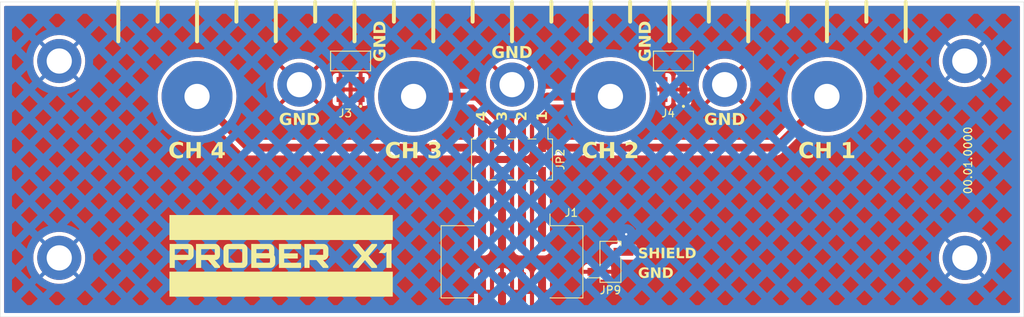
<source format=kicad_pcb>
(kicad_pcb (version 20240108) (generator "pcbnew") (generator_version "8.0")
  (title_block (title "Encirle") (date "2024-12-18") (rev "1") (company "Bitcrush Testing"))
  (layers (0 "F.Cu" signal) (31 "B.Cu" signal) (34 "B.Paste" user) (35 "F.Paste" user) (36 "B.SilkS" user "B.Silkscreen") (37 "F.SilkS" user "F.Silkscreen") (38 "B.Mask" user) (39 "F.Mask" user) (44 "Edge.Cuts" user))
  (net 0 "")
  (net 1 "Net-(J1-Pin_1)")
  (net 2 "Net-(J1-Pin_3)")
  (net 3 "GNDPWR")
  (net 4 "GND")
  (net 5 "Net-(J1-Pin_5)")
  (net 6 "Net-(J1-Pin_7)")
  (net 7 "/CH1")
  (net 8 "/CH2")
  (net 9 "/CH3")
  (net 10 "/CH4")
  (footprint "MountingHole:MountingHole_3.2mm_M3_DIN965_Pad" (layer "F.Cu") (at 97.5 92.5 180)
    (property "Reference" "H5" (hide yes))
    (property "Value" "MountingHole_Pad" (hide yes))
    (pad "1" thru_hole circle (at 0 0 180) (size 5.6 5.6) (drill 3.2) (layers "*.Cu" "*.Mask") (net 3 "GNDPWR"))
  )
  (footprint "Connector_PinHeader_2.54mm:PinHeader_1x02_P2.54mm_Vertical_SMD_Pin1Right" (layer "F.Cu") (at 167.5 93 180)
    (property "Reference" "JP9" (at 0 -3.6 180) (layer "F.SilkS"))
    (property "Value" "Jumper_2_Bridged" (hide yes))
    (fp_line (start 1.33 -0.51) (end 1.33 2.6) (stroke (width 0.12)) (layer "F.SilkS"))
    (fp_line (start 1.33 -2.03) (end 2.85 -2.03) (stroke (width 0.12)) (layer "F.SilkS"))
    (fp_line (start 1.33 -2.6) (end 1.33 -2.03) (stroke (width 0.12)) (layer "F.SilkS"))
    (fp_line (start -1.33 2.6) (end 1.33 2.6) (stroke (width 0.12)) (layer "F.SilkS"))
    (fp_line (start -1.33 2.03) (end -1.33 2.6) (stroke (width 0.12)) (layer "F.SilkS"))
    (fp_line (start -1.33 -2.6) (end 1.33 -2.6) (stroke (width 0.12)) (layer "F.SilkS"))
    (fp_line (start -1.33 -2.6) (end -1.33 0.51) (stroke (width 0.12)) (layer "F.SilkS"))
    (pad "1" smd rect (at 1.655 -1.27 180) (size 2.51 1) (layers "F.Cu" "F.Paste" "F.Mask") (net 4 "GND"))
    (pad "2" smd rect (at -1.655 1.27 180) (size 2.51 1) (layers "F.Cu" "F.Paste" "F.Mask") (net 3 "GNDPWR"))
  )
  (footprint "encircle:HARWIN_M20-8890245R" (layer "F.Cu") (at 175.5 67.5 180)
    (property "Reference" "J4" (at 0.675 -6.635 180) (layer "F.SilkS"))
    (property "Value" "Conn_01x02_Pin" (hide yes))
    (fp_line (start 2.54 1.25) (end -2.54 1.25) (stroke (width 0.127)) (layer "F.SilkS"))
    (fp_line (start 2.54 -1.25) (end 2.54 1.25) (stroke (width 0.127)) (layer "F.SilkS"))
    (fp_line (start -2.54 1.25) (end -2.54 -1.25) (stroke (width 0.127)) (layer "F.SilkS"))
    (fp_line (start -2.54 -1.25) (end 2.54 -1.25) (stroke (width 0.127)) (layer "F.SilkS"))
    (fp_circle (center -1.27 -5.75) (end -1.17 -5.75) (stroke (width 0.2)) (fill none) (layer "F.SilkS"))
    (pad "1" smd rect (at -1.27 -3.615 180) (size 1.02 3.17) (layers "F.Cu" "F.Paste" "F.Mask") (net 4 "GND"))
    (pad "2" smd rect (at 1.27 -3.615 180) (size 1.02 3.17) (layers "F.Cu" "F.Paste" "F.Mask") (net 4 "GND"))
  )
  (footprint "MountingHole:MountingHole_3.2mm_M3_DIN965_Pad" (layer "F.Cu") (at 212.5 92.5 180)
    (property "Reference" "H7" (hide yes))
    (property "Value" "MountingHole_Pad" (hide yes))
    (pad "1" thru_hole circle (at 0 0 180) (size 5.6 5.6) (drill 3.2) (layers "*.Cu" "*.Mask") (net 3 "GNDPWR"))
  )
  (footprint "encircle:MountingHole_3.2mm_M3_9mm_Pad" (layer "F.Cu") (at 115 72 -90)
    (property "Reference" "CH4" (hide yes))
    (property "Value" "MountingHole_Pad" (hide yes))
    (pad "1" thru_hole circle (at 0 0 270) (size 9 9) (drill 3.2) (layers "*.Cu" "*.Mask") (net 10 "/CH4"))
  )
  (footprint "MountingHole:MountingHole_3.2mm_M3_DIN965_Pad" (layer "F.Cu") (at 97.5 67.5 180)
    (property "Reference" "H6" (hide yes))
    (property "Value" "MountingHole_Pad" (hide yes))
    (pad "1" thru_hole circle (at 0 0 180) (size 5.6 5.6) (drill 3.2) (layers "*.Cu" "*.Mask") (net 3 "GNDPWR"))
  )
  (footprint "MountingHole:MountingHole_3.2mm_M3_DIN965_Pad" (layer "F.Cu") (at 182 70.5 180)
    (property "Reference" "H9" (hide yes))
    (property "Value" "MountingHole_Pad" (hide yes))
    (pad "1" thru_hole circle (at 0 0 180) (size 5.6 5.6) (drill 3.2) (layers "*.Cu" "*.Mask") (net 4 "GND"))
  )
  (footprint "encircle:MountingHole_3.2mm_M3_9mm_Pad" (layer "F.Cu") (at 167.5 72 -90)
    (property "Reference" "CH2" (hide yes))
    (property "Value" "MountingHole_Pad" (hide yes))
    (pad "1" thru_hole circle (at 0 0 270) (size 9 9) (drill 3.2) (layers "*.Cu" "*.Mask") (net 8 "/CH2"))
  )
  (footprint "MountingHole:MountingHole_3.2mm_M3_DIN965_Pad" (layer "F.Cu") (at 212.5 67.5 180)
    (property "Reference" "H8" (hide yes))
    (property "Value" "MountingHole_Pad" (hide yes))
    (pad "1" thru_hole circle (at 0 0 180) (size 5.6 5.6) (drill 3.2) (layers "*.Cu" "*.Mask") (net 3 "GNDPWR"))
  )
  (footprint "encircle:MountingHole_3.2mm_M3_9mm_Pad" (layer "F.Cu") (at 195 72 180)
    (property "Reference" "CH1" (hide yes))
    (property "Value" "MountingHole_Pad" (hide yes))
    (pad "1" thru_hole circle (at 0 0 180) (size 9 9) (drill 3.2) (layers "*.Cu" "*.Mask") (net 7 "/CH1"))
  )
  (footprint "encircle:MountingHole_3.2mm_M3_9mm_Pad" (layer "F.Cu") (at 142.5 72 -90)
    (property "Reference" "CH3" (hide yes))
    (property "Value" "MountingHole_Pad" (hide yes))
    (pad "1" thru_hole circle (at 0 0 270) (size 9 9) (drill 3.2) (layers "*.Cu" "*.Mask") (net 9 "/CH3"))
  )
  (footprint "MountingHole:MountingHole_3.2mm_M3_DIN965_Pad" (layer "F.Cu") (at 155 70.5)
    (property "Reference" "H11" (hide yes))
    (property "Value" "MountingHole_Pad" (hide yes))
    (pad "1" thru_hole circle (at 0 0) (size 5.6 5.6) (drill 3.2) (layers "*.Cu" "*.Mask") (net 4 "GND"))
  )
  (footprint "MountingHole:MountingHole_3.2mm_M3_DIN965_Pad" (layer "F.Cu") (at 128 70.5 180)
    (property "Reference" "H10" (hide yes))
    (property "Value" "MountingHole_Pad" (hide yes))
    (pad "1" thru_hole circle (at 0 0 180) (size 5.6 5.6) (drill 3.2) (layers "*.Cu" "*.Mask") (net 4 "GND"))
  )
  (footprint "Connector_PinHeader_2.54mm:PinHeader_2x04_P2.54mm_Vertical_SMD" (layer "F.Cu") (at 155 80 -90)
    (property "Reference" "JP2" (at 0 -6.14 90) (layer "F.SilkS"))
    (property "Value" "Conn_02x04_Odd_Even" (hide yes))
    (fp_line (start -2.6 5.14) (end 2.6 5.14) (stroke (width 0.12)) (layer "F.SilkS"))
    (fp_line (start -2.6 4.57) (end -2.6 5.14) (stroke (width 0.12)) (layer "F.SilkS"))
    (fp_line (start 2.6 4.57) (end 2.6 5.14) (stroke (width 0.12)) (layer "F.SilkS"))
    (fp_line (start -2.6 2.03) (end -2.6 3.05) (stroke (width 0.12)) (layer "F.SilkS"))
    (fp_line (start 2.6 2.03) (end 2.6 3.05) (stroke (width 0.12)) (layer "F.SilkS"))
    (fp_line (start -2.6 -0.51) (end -2.6 0.51) (stroke (width 0.12)) (layer "F.SilkS"))
    (fp_line (start 2.6 -0.51) (end 2.6 0.51) (stroke (width 0.12)) (layer "F.SilkS"))
    (fp_line (start -2.6 -3.05) (end -2.6 -2.03) (stroke (width 0.12)) (layer "F.SilkS"))
    (fp_line (start 2.6 -3.05) (end 2.6 -2.03) (stroke (width 0.12)) (layer "F.SilkS"))
    (fp_line (start -4.04 -4.57) (end -2.6 -4.57) (stroke (width 0.12)) (layer "F.SilkS"))
    (fp_line (start -2.6 -5.14) (end -2.6 -4.57) (stroke (width 0.12)) (layer "F.SilkS"))
    (fp_line (start -2.6 -5.14) (end 2.6 -5.14) (stroke (width 0.12)) (layer "F.SilkS"))
    (fp_line (start 2.6 -5.14) (end 2.6 -4.57) (stroke (width 0.12)) (layer "F.SilkS"))
    (pad "1" smd rect (at -2.525 -3.81 270) (size 3.15 1) (layers "F.Cu" "F.Paste" "F.Mask") (net 7 "/CH1"))
    (pad "2" smd rect (at 2.525 -3.81 270) (size 3.15 1) (layers "F.Cu" "F.Paste" "F.Mask") (net 1 "Net-(J1-Pin_1)"))
    (pad "3" smd rect (at -2.525 -1.27 270) (size 3.15 1) (layers "F.Cu" "F.Paste" "F.Mask") (net 8 "/CH2"))
    (pad "4" smd rect (at 2.525 -1.27 270) (size 3.15 1) (layers "F.Cu" "F.Paste" "F.Mask") (net 2 "Net-(J1-Pin_3)"))
    (pad "5" smd rect (at -2.525 1.27 270) (size 3.15 1) (layers "F.Cu" "F.Paste" "F.Mask") (net 9 "/CH3"))
    (pad "6" smd rect (at 2.525 1.27 270) (size 3.15 1) (layers "F.Cu" "F.Paste" "F.Mask") (net 5 "Net-(J1-Pin_5)"))
    (pad "7" smd rect (at -2.525 3.81 270) (size 3.15 1) (layers "F.Cu" "F.Paste" "F.Mask") (net 10 "/CH4"))
    (pad "8" smd rect (at 2.525 3.81 270) (size 3.15 1) (layers "F.Cu" "F.Paste" "F.Mask") (net 6 "Net-(J1-Pin_7)"))
  )
  (footprint "encircle:HARWIN_M20-8890245R" (layer "F.Cu") (at 134.5 67.5 180)
    (property "Reference" "J3" (at 0.675 -6.635 180) (layer "F.SilkS"))
    (property "Value" "Conn_01x02_Pin" (hide yes))
    (fp_line (start 2.54 1.25) (end -2.54 1.25) (stroke (width 0.127)) (layer "F.SilkS"))
    (fp_line (start 2.54 -1.25) (end 2.54 1.25) (stroke (width 0.127)) (layer "F.SilkS"))
    (fp_line (start -2.54 1.25) (end -2.54 -1.25) (stroke (width 0.127)) (layer "F.SilkS"))
    (fp_line (start -2.54 -1.25) (end 2.54 -1.25) (stroke (width 0.127)) (layer "F.SilkS"))
    (fp_circle (center -1.27 -5.75) (end -1.17 -5.75) (stroke (width 0.2)) (fill none) (layer "F.SilkS"))
    (pad "1" smd rect (at -1.27 -3.615 180) (size 1.02 3.17) (layers "F.Cu" "F.Paste" "F.Mask") (net 4 "GND"))
    (pad "2" smd rect (at 1.27 -3.615 180) (size 1.02 3.17) (layers "F.Cu" "F.Paste" "F.Mask") (net 4 "GND"))
  )
  (footprint "Connector_IDC:IDC-Header_2x04_P2.54mm_Vertical_SMD" (layer "F.Cu") (at 155 93 -90)
    (property "Reference" "J1" (at -6.227948 -7.533959 180) (layer "F.SilkS"))
    (property "Value" "Conn_02x04_Odd_Even" (hide yes))
    (fp_line (start -4.585 9) (end 4.585 9) (stroke (width 0.12)) (layer "F.SilkS"))
    (fp_line (start 4.585 9) (end 4.585 4.82) (stroke (width 0.12)) (layer "F.SilkS"))
    (fp_line (start -4.585 4.82) (end -4.585 9) (stroke (width 0.12)) (layer "F.SilkS"))
    (fp_line (start -4.585 -4.82) (end -6.085 -4.82) (stroke (width 0.12)) (layer "F.SilkS"))
    (fp_line (start -4.585 -4.82) (end -4.585 -9) (stroke (width 0.12)) (layer "F.SilkS"))
    (fp_line (start -4.585 -9) (end 4.585 -9) (stroke (width 0.12)) (layer "F.SilkS"))
    (fp_line (start 4.585 -9) (end 4.585 -4.82) (stroke (width 0.12)) (layer "F.SilkS"))
    (pad "1" smd roundrect (at -3.8 -3.81 270) (size 5 1.02) (layers "F.Cu" "F.Paste" "F.Mask") (net 1 "Net-(J1-Pin_1)"))
    (pad "2" smd roundrect (at 3.8 -3.81 270) (size 5 1.02) (layers "F.Cu" "F.Paste" "F.Mask") (net 4 "GND"))
    (pad "3" smd roundrect (at -3.8 -1.27 270) (size 5 1.02) (layers "F.Cu" "F.Paste" "F.Mask") (net 2 "Net-(J1-Pin_3)"))
    (pad "4" smd roundrect (at 3.8 -1.27 270) (size 5 1.02) (layers "F.Cu" "F.Paste" "F.Mask") (net 4 "GND"))
    (pad "5" smd roundrect (at -3.8 1.27 270) (size 5 1.02) (layers "F.Cu" "F.Paste" "F.Mask") (net 5 "Net-(J1-Pin_5)"))
    (pad "6" smd roundrect (at 3.8 1.27 270) (size 5 1.02) (layers "F.Cu" "F.Paste" "F.Mask") (net 4 "GND"))
    (pad "7" smd roundrect (at -3.8 3.81 270) (size 5 1.02) (layers "F.Cu" "F.Paste" "F.Mask") (net 6 "Net-(J1-Pin_7)"))
    (pad "8" smd roundrect (at 3.8 3.81 270) (size 5 1.02) (layers "F.Cu" "F.Paste" "F.Mask") (net 4 "GND"))
  )
  (gr_line (start 150.000041 62.5) (end 150.000041 60) (stroke (width 0.5)) (layer "F.SilkS"))
  (gr_poly (pts (xy 113.958651 90.73419) (xy 113.97995 90.735182) (xy 114.000985 90.736837) (xy 114.021756 90.739153) (xy 114.042261 90.74213) (xy 114.062502 90.745769) (xy 114.082477 90.750069) (xy 114.102189 90.755031) (xy 114.121635 90.760654) (xy 114.140817 90.766938) (xy 114.159734 90.773884) (xy 114.178387 90.78149) (xy 114.196775 90.789758) (xy 114.214899 90.798686) (xy 114.232758 90.808276) (xy 114.250353 90.818526) (xy 114.268112 90.829342) (xy 114.285408 90.840621) (xy 114.302241 90.852363) (xy 114.318611 90.864567) (xy 114.334519 90.877235) (xy 114.349963 90.890365) (xy 114.364945 90.903958) (xy 114.379464 90.918014) (xy 114.39352 90.932533) (xy 114.407113 90.947515) (xy 114.420244 90.96296) (xy 114.432911 90.978867) (xy 114.445116 90.995238) (xy 114.456858 91.012071) (xy 114.468137 91.029367) (xy 114.478953 91.047126) (xy 114.489718 91.065219) (xy 114.499789 91.08351) (xy 114.509165 91.102) (xy 114.517846 91.120687) (xy 114.525833 91.139572) (xy 114.533126 91.158656) (xy 114.539724 91.177937) (xy 114.545628 91.197417) (xy 114.550837 91.217095) (xy 114.555351 91.236971) (xy 114.559171 91.257045) (xy 114.562296 91.277318) (xy 114.564727 91.297789) (xy 114.566464 91.318458) (xy 114.567505 91.339326) (xy 114.567853 91.360392) (xy 114.567853 92.147792) (xy 114.567505 92.168862) (xy 114.566464 92.189733) (xy 114.564727 92.210405) (xy 114.562296 92.230878) (xy 114.559171 92.251153) (xy 114.555351 92.271229) (xy 114.550837 92.291105) (xy 114.545628 92.310784) (xy 114.539724 92.330263) (xy 114.533126 92.349544) (xy 114.525833 92.368626) (xy 114.517846 92.38751) (xy 114.509165 92.406195) (xy 114.499789 92.424682) (xy 114.489718 92.44297) (xy 114.478953 92.461059) (xy 114.468137 92.478822) (xy 114.456858 92.496121) (xy 114.445116 92.512957) (xy 114.432911 92.52933) (xy 114.420244 92.545239) (xy 114.407113 92.560685) (xy 114.39352 92.575667) (xy 114.379464 92.590186) (xy 114.364945 92.604242) (xy 114.349963 92.617835) (xy 114.334519 92.630964) (xy 114.318611 92.64363) (xy 114.302241 92.655832) (xy 114.285408 92.667571) (xy 114.268112 92.678847) (xy 114.250353 92.689659) (xy 114.232758 92.699913) (xy 114.214899 92.709505) (xy 114.196775 92.718435) (xy 114.178387 92.726704) (xy 114.159734 92.734311) (xy 114.140817 92.741256) (xy 114.121635 92.74754) (xy 114.102189 92.753162) (xy 114.082477 92.758122) (xy 114.062502 92.762421) (xy 114.042261 92.766059) (xy 114.021756 92.769035) (xy 114.000985 92.77135) (xy 113.97995 92.773003) (xy 113.958651 92.773995) (xy 113.937086 92.774326) (xy 112.176019 92.778559) (xy 112.176019 93.777626) (xy 111.519853 93.777626) (xy 111.519853 91.390026) (xy 112.176019 91.390026) (xy 112.176019 92.113926) (xy 113.903219 92.113926) (xy 113.903219 91.390026) (xy 112.176019 91.390026) (xy 111.519853 91.390026) (xy 111.519853 90.733859) (xy 113.937086 90.733859)) (stroke (width -0.000001)) (fill solid) (layer "F.SilkS"))
  (gr_line (start 180.000041 62.5) (end 180.000041 60) (stroke (width 0.5)) (layer "F.SilkS"))
  (gr_line (start 205.000041 65) (end 205.000041 60) (stroke (width 0.5)) (layer "F.SilkS"))
  (gr_line (start 130.000041 62.5) (end 130.000041 60) (stroke (width 0.5)) (layer "F.SilkS"))
  (gr_poly (pts (xy 136.338615 91.732926) (xy 137.176814 90.729626) (xy 137.858381 90.729626) (xy 137.858381 90.953992) (xy 136.766181 92.253625) (xy 137.858381 93.549026) (xy 137.858381 93.777626) (xy 137.176814 93.777626) (xy 136.330148 92.778559) (xy 135.491949 93.777626) (xy 134.810382 93.777626) (xy 134.810382 93.553259) (xy 135.898348 92.253625) (xy 134.810382 90.953992) (xy 134.810382 90.729626) (xy 135.491949 90.729626)) (stroke (width -0.000001)) (fill solid) (layer "F.SilkS"))
  (gr_line (start 190.000041 62.5) (end 190.000041 60) (stroke (width 0.5)) (layer "F.SilkS"))
  (gr_poly (pts (xy 139.70221 93.777626) (xy 139.054508 93.777626) (xy 139.054508 91.715992) (xy 138.914808 91.889559) (xy 138.055442 91.889559) (xy 139.029112 90.729626) (xy 139.70221 90.729626)) (stroke (width -0.000001)) (fill solid) (layer "F.SilkS"))
  (gr_line (start 125.000041 65) (end 125.000041 60) (stroke (width 0.5)) (layer "F.SilkS"))
  (gr_poly (pts (xy 124.204224 90.729957) (xy 124.225045 90.73095) (xy 124.245634 90.732604) (xy 124.265991 90.73492) (xy 124.286116 90.737897) (xy 124.306009 90.741536) (xy 124.325671 90.745836) (xy 124.345101 90.750798) (xy 124.364299 90.756421) (xy 124.383265 90.762705) (xy 124.402 90.769651) (xy 124.420504 90.777257) (xy 124.438776 90.785524) (xy 124.456816 90.794453) (xy 124.474626 90.804042) (xy 124.492204 90.814293) (xy 124.509966 90.825109) (xy 124.527265 90.836388) (xy 124.544101 90.848129) (xy 124.560474 90.860334) (xy 124.576383 90.873001) (xy 124.591829 90.886132) (xy 124.606811 90.899725) (xy 124.62133 90.913781) (xy 124.635386 90.9283) (xy 124.648979 90.943282) (xy 124.662108 90.958726) (xy 124.674774 90.974634) (xy 124.686976 90.991004) (xy 124.698715 91.007837) (xy 124.709991 91.025134) (xy 124.720803 91.042892) (xy 124.731569 91.060487) (xy 124.741639 91.078347) (xy 124.751015 91.096472) (xy 124.759697 91.114861) (xy 124.767684 91.133515) (xy 124.774977 91.152434) (xy 124.781575 91.171617) (xy 124.787479 91.191064) (xy 124.792688 91.210776) (xy 124.797202 91.230753) (xy 124.801022 91.250994) (xy 124.804148 91.271498) (xy 124.806579 91.292268) (xy 124.808315 91.313301) (xy 124.809357 91.334598) (xy 124.809704 91.356159) (xy 124.809704 91.927659) (xy 124.809572 91.941355) (xy 124.809176 91.954917) (xy 124.808515 91.968345) (xy 124.807589 91.981639) (xy 124.806399 91.994801) (xy 124.804944 92.00783) (xy 124.803223 92.020727) (xy 124.801237 92.033493) (xy 124.799983 92.04507) (xy 124.798331 92.056515) (xy 124.796283 92.067827) (xy 124.793837 92.079006) (xy 124.790992 92.090052) (xy 124.78775 92.100965) (xy 124.784109 92.111745) (xy 124.78007 92.122393) (xy 124.787925 92.132548) (xy 124.795615 92.142902) (xy 124.803139 92.153454) (xy 124.810498 92.164204) (xy 124.817692 92.175151) (xy 124.824721 92.186297) (xy 124.831584 92.197642) (xy 124.838281 92.209184) (xy 124.844813 92.220924) (xy 124.85118 92.232863) (xy 124.857381 92.245) (xy 124.863417 92.257335) (xy 124.869287 92.269868) (xy 124.874991 92.2826) (xy 124.885903 92.308659) (xy 124.891032 92.321891) (xy 124.895829 92.335122) (xy 124.900295 92.348352) (xy 124.90443 92.361583) (xy 124.908234 92.374813) (xy 124.911706 92.388042) (xy 124.914848 92.401271) (xy 124.917658 92.4145) (xy 124.920138 92.427729) (xy 124.922287 92.440958) (xy 124.924105 92.454186) (xy 124.925592 92.467414) (xy 124.926749 92.480642) (xy 124.927575 92.49387) (xy 124.928071 92.507098) (xy 124.928236 92.520326) (xy 124.928236 93.151092) (xy 124.927889 93.172162) (xy 124.926847 93.193033) (xy 124.925111 93.213705) (xy 124.92268 93.234178) (xy 124.919554 93.254453) (xy 124.915735 93.274528) (xy 124.91122 93.294405) (xy 124.906011 93.314084) (xy 124.900108 93.333563) (xy 124.89351 93.352844) (xy 124.886217 93.371926) (xy 124.87823 93.39081) (xy 124.869549 93.409495) (xy 124.860173 93.427981) (xy 124.850102 93.446269) (xy 124.839337 93.464359) (xy 124.828524 93.482122) (xy 124.817249 93.499421) (xy 124.80551 93.516257) (xy 124.793307 93.53263) (xy 124.780642 93.548539) (xy 124.767513 93.563985) (xy 124.75392 93.578967) (xy 124.739864 93.593486) (xy 124.725345 93.607542) (xy 124.710363 93.621135) (xy 124.694917 93.634264) (xy 124.679008 93.646929) (xy 124.662635 93.659132) (xy 124.645799 93.670871) (xy 124.6285 93.682147) (xy 124.610737 93.692959) (xy 124.593142 93.703213) (xy 124.575283 93.712805) (xy 124.557159 93.721735) (xy 124.538771 93.730004) (xy 124.520119 93.737611) (xy 124.501201 93.744556) (xy 124.48202 93.75084) (xy 124.462573 93.756462) (xy 124.442862 93.761422) (xy 124.422886 93.765721) (xy 124.402645 93.769359) (xy 124.38214 93.772335) (xy 124.36137 93.77465) (xy 124.340334 93.776303) (xy 124.319034 93.777295) (xy 124.29747 93.777626) (xy 121.880237 93.777626) (xy 121.880237 92.558426) (xy 122.536403 92.558426) (xy 122.536403 93.117226) (xy 124.263603 93.117226) (xy 124.263603 92.558426) (xy 122.536403 92.558426) (xy 121.880237 92.558426) (xy 121.880237 91.390026) (xy 122.536403 91.390026) (xy 122.536403 91.898025) (xy 124.145071 91.898025) (xy 124.145071 91.390026) (xy 122.536403 91.390026) (xy 121.880237 91.390026) (xy 121.880237 90.729626) (xy 124.183171 90.729626)) (stroke (width -0.000001)) (fill solid) (layer "F.SilkS"))
  (gr_poly (pts (xy 139.857786 97.427055) (xy 111.494453 97.427055) (xy 111.494453 94.252055) (xy 139.857786 94.252055)) (stroke (width -0.000001)) (fill solid) (layer "F.SilkS"))
  (gr_line (start 175 65) (end 175 60) (stroke (width 0.5)) (layer "F.SilkS"))
  (gr_poly (pts (xy 117.30728 90.73419) (xy 117.32858 90.735182) (xy 117.349615 90.736837) (xy 117.370385 90.739153) (xy 117.390891 90.74213) (xy 117.411131 90.745769) (xy 117.431107 90.750069) (xy 117.450818 90.755031) (xy 117.470265 90.760654) (xy 117.489447 90.766938) (xy 117.508364 90.773884) (xy 117.527017 90.78149) (xy 117.545405 90.789758) (xy 117.563529 90.798686) (xy 117.581388 90.808276) (xy 117.598982 90.818526) (xy 117.616741 90.829342) (xy 117.634038 90.840621) (xy 117.650871 90.852363) (xy 117.667241 90.864567) (xy 117.683149 90.877235) (xy 117.698593 90.890365) (xy 117.713575 90.903958) (xy 117.728094 90.918014) (xy 117.74215 90.932533) (xy 117.755743 90.947515) (xy 117.768874 90.96296) (xy 117.781541 90.978867) (xy 117.793746 90.995238) (xy 117.805488 91.012071) (xy 117.816767 91.029367) (xy 117.827583 91.047126) (xy 117.838348 91.065219) (xy 117.848419 91.08351) (xy 117.857795 91.102) (xy 117.866477 91.120687) (xy 117.874464 91.139572) (xy 117.881756 91.158656) (xy 117.888354 91.177937) (xy 117.894258 91.197417) (xy 117.899467 91.217095) (xy 117.903981 91.236971) (xy 117.907801 91.257045) (xy 117.910927 91.277318) (xy 117.913357 91.297789) (xy 117.915094 91.318458) (xy 117.916135 91.339326) (xy 117.916483 91.360392) (xy 117.916483 92.147792) (xy 117.916135 92.168862) (xy 117.915094 92.189733) (xy 117.913357 92.210405) (xy 117.910927 92.230878) (xy 117.907801 92.251153) (xy 117.903981 92.271229) (xy 117.899467 92.291105) (xy 117.894258 92.310784) (xy 117.888354 92.330263) (xy 117.881756 92.349544) (xy 117.874464 92.368626) (xy 117.866477 92.38751) (xy 117.857795 92.406195) (xy 117.848419 92.424682) (xy 117.838348 92.44297) (xy 117.827583 92.461059) (xy 117.816767 92.478822) (xy 117.805488 92.496121) (xy 117.793746 92.512957) (xy 117.781541 92.52933) (xy 117.768874 92.545239) (xy 117.755743 92.560685) (xy 117.74215 92.575667) (xy 117.728094 92.590186) (xy 117.713575 92.604242) (xy 117.698593 92.617835) (xy 117.683149 92.630964) (xy 117.667241 92.64363) (xy 117.650871 92.655832) (xy 117.634038 92.667571) (xy 117.616741 92.678847) (xy 117.598982 92.689659) (xy 117.581388 92.699913) (xy 117.563529 92.709505) (xy 117.545405 92.718435) (xy 117.527017 92.726704) (xy 117.508364 92.734311) (xy 117.489447 92.741256) (xy 117.470265 92.74754) (xy 117.450818 92.753162) (xy 117.431107 92.758122) (xy 117.411131 92.762421) (xy 117.390891 92.766059) (xy 117.370385 92.769035) (xy 117.349615 92.77135) (xy 117.32858 92.773003) (xy 117.30728 92.773995) (xy 117.285716 92.774326) (xy 117.252607 92.774406) (xy 117.912249 93.553259) (xy 117.912249 93.777626) (xy 117.234916 93.777626) (xy 116.394587 92.776468) (xy 115.524649 92.778559) (xy 115.524649 93.777626) (xy 114.868483 93.777626) (xy 114.868483 91.390026) (xy 115.524649 91.390026) (xy 115.524649 92.113926) (xy 117.251849 92.113926) (xy 117.251849 91.390026) (xy 115.524649 91.390026) (xy 114.868483 91.390026) (xy 114.868483 90.733859) (xy 117.285716 90.733859)) (stroke (width -0.000001)) (fill solid) (layer "F.SilkS"))
  (gr_poly (pts (xy 120.795861 90.729957) (xy 120.816682 90.73095) (xy 120.837272 90.732604) (xy 120.857629 90.73492) (xy 120.877754 90.737897) (xy 120.897647 90.741536) (xy 120.917309 90.745836) (xy 120.936738 90.750798) (xy 120.955936 90.756421) (xy 120.974903 90.762705) (xy 120.993638 90.769651) (xy 121.012141 90.777257) (xy 121.030413 90.785524) (xy 121.048454 90.794453) (xy 121.066263 90.804042) (xy 121.083841 90.814293) (xy 121.101604 90.825109) (xy 121.118903 90.836388) (xy 121.135739 90.848129) (xy 121.152111 90.860334) (xy 121.168021 90.873001) (xy 121.183467 90.886132) (xy 121.198449 90.899725) (xy 121.212968 90.913781) (xy 121.227024 90.9283) (xy 121.240617 90.943282) (xy 121.253746 90.958726) (xy 121.266412 90.974634) (xy 121.278614 90.991004) (xy 121.290353 91.007837) (xy 121.301629 91.025134) (xy 121.312441 91.042892) (xy 121.323207 91.060487) (xy 121.333277 91.078347) (xy 121.342653 91.096472) (xy 121.351335 91.114861) (xy 121.359322 91.133515) (xy 121.366615 91.152434) (xy 121.373213 91.171617) (xy 121.379116 91.191064) (xy 121.384325 91.210776) (xy 121.388839 91.230753) (xy 121.392659 91.250994) (xy 121.395785 91.271498) (xy 121.398215 91.292268) (xy 121.399952 91.313301) (xy 121.400993 91.334598) (xy 121.401341 91.356159) (xy 121.401341 93.151092) (xy 121.400993 93.172162) (xy 121.399952 93.193033) (xy 121.398215 93.213705) (xy 121.395785 93.234178) (xy 121.392659 93.254453) (xy 121.388839 93.274528) (xy 121.384325 93.294405) (xy 121.379116 93.314084) (xy 121.373213 93.333563) (xy 121.366615 93.352844) (xy 121.359322 93.371926) (xy 121.351335 93.39081) (xy 121.342653 93.409495) (xy 121.333277 93.427981) (xy 121.323207 93.446269) (xy 121.312441 93.464359) (xy 121.301629 93.482122) (xy 121.290353 93.499421) (xy 121.278614 93.516257) (xy 121.266412 93.53263) (xy 121.253746 93.548539) (xy 121.240617 93.563985) (xy 121.227024 93.578967) (xy 121.212968 93.593486) (xy 121.198449 93.607542) (xy 121.183467 93.621135) (xy 121.168021 93.634264) (xy 121.152111 93.646929) (xy 121.135739 93.659132) (xy 121.118903 93.670871) (xy 121.101604 93.682147) (xy 121.083841 93.692959) (xy 121.066263 93.703213) (xy 121.048454 93.712805) (xy 121.030413 93.721735) (xy 121.012141 93.730004) (xy 120.993638 93.737611) (xy 120.974903 93.744556) (xy 120.955936 93.75084) (xy 120.936738 93.756462) (xy 120.917309 93.761422) (xy 120.897647 93.765721) (xy 120.877754 93.769359) (xy 120.857629 93.772335) (xy 120.837272 93.77465) (xy 120.816682 93.776303) (xy 120.795861 93.777295) (xy 120.774808 93.777626) (xy 118.979875 93.777626) (xy 118.958808 93.777295) (xy 118.937941 93.776303) (xy 118.917271 93.77465) (xy 118.8968 93.772335) (xy 118.876528 93.769359) (xy 118.856453 93.765721) (xy 118.836577 93.761422) (xy 118.816899 93.756462) (xy 118.79742 93.75084) (xy 118.778138 93.744556) (xy 118.759055 93.737611) (xy 118.740169 93.730004) (xy 118.721482 93.721735) (xy 118.702993 93.712805) (xy 118.684701 93.703213) (xy 118.666608 93.692959) (xy 118.648849 93.682147) (xy 118.631553 93.670871) (xy 118.61472 93.659132) (xy 118.59835 93.646929) (xy 118.582442 93.634264) (xy 118.566997 93.621135) (xy 118.552016 93.607542) (xy 118.537497 93.593486) (xy 118.523441 93.578967) (xy 118.509847 93.563985) (xy 118.496717 93.548539) (xy 118.484049 93.53263) (xy 118.471845 93.516257) (xy 118.460103 93.499421) (xy 118.448824 93.482122) (xy 118.438008 93.464359) (xy 118.427757 93.446269) (xy 118.418168 93.427981) (xy 118.40924 93.409495) (xy 118.400972 93.39081) (xy 118.393366 93.371926) (xy 118.386421 93.352844) (xy 118.380137 93.333563) (xy 118.374514 93.314084) (xy 118.369552 93.294405) (xy 118.365252 93.274528) (xy 118.361613 93.254453) (xy 118.358636 93.234178) (xy 118.35632 93.213705) (xy 118.354665 93.193033) (xy 118.353673 93.172162) (xy 118.353342 93.151092) (xy 118.353342 91.390026) (xy 119.009508 91.390026) (xy 119.009508 93.117226) (xy 120.736708 93.117226) (xy 120.736708 91.390026) (xy 119.009508 91.390026) (xy 118.353342 91.390026) (xy 118.353342 91.356159) (xy 118.353673 91.334598) (xy 118.354665 91.313301) (xy 118.35632 91.292268) (xy 118.358636 91.271498) (xy 118.361613 91.250994) (xy 118.365252 91.230753) (xy 118.369552 91.210776) (xy 118.374514 91.191064) (xy 118.380137 91.171617) (xy 118.386421 91.152434) (xy 118.393366 91.133515) (xy 118.400972 91.114861) (xy 118.40924 91.096472) (xy 118.418168 91.078347) (xy 118.427757 91.060487) (xy 118.438008 91.042892) (xy 118.448824 91.025134) (xy 118.460103 91.007837) (xy 118.471845 90.991004) (xy 118.484049 90.974634) (xy 118.496717 90.958726) (xy 118.509847 90.943282) (xy 118.523441 90.9283) (xy 118.537497 90.913781) (xy 118.552016 90.899725) (xy 118.566997 90.886132) (xy 118.582442 90.873001) (xy 118.59835 90.860334) (xy 118.61472 90.848129) (xy 118.631553 90.836388) (xy 118.648849 90.825109) (xy 118.666608 90.814293) (xy 118.684701 90.804042) (xy 118.702993 90.794453) (xy 118.721482 90.785524) (xy 118.740169 90.777257) (xy 118.759055 90.769651) (xy 118.778138 90.762705) (xy 118.79742 90.756421) (xy 118.816899 90.750798) (xy 118.836577 90.745836) (xy 118.856453 90.741536) (xy 118.876528 90.737897) (xy 118.8968 90.73492) (xy 118.917271 90.732604) (xy 118.937941 90.73095) (xy 118.958808 90.729957) (xy 118.979875 90.729626) (xy 120.774808 90.729626)) (stroke (width -0.000001)) (fill solid) (layer "F.SilkS"))
  (gr_line (start 155 65) (end 155 60) (stroke (width 0.5)) (layer "F.SilkS"))
  (gr_line (start 105.000041 65) (end 105.000041 60) (stroke (width 0.5)) (layer "F.SilkS"))
  (gr_line (start 120.000041 62.5) (end 120.000041 60) (stroke (width 0.5)) (layer "F.SilkS"))
  (gr_poly (pts (xy 139.857786 90.230389) (xy 111.494453 90.230389) (xy 111.494453 87.055389) (xy 139.857786 87.055389)) (stroke (width -0.000001)) (fill solid) (layer "F.SilkS"))
  (gr_line (start 110.000041 62.5) (end 110.000041 60) (stroke (width 0.5)) (layer "F.SilkS"))
  (gr_poly (pts (xy 128.21343 91.390026) (xy 126.062898 91.390026) (xy 126.062898 91.923426) (xy 127.794331 91.923426) (xy 127.794331 92.583826) (xy 126.062898 92.583826) (xy 126.062898 93.117226) (xy 128.21343 93.117226) (xy 128.21343 93.777626) (xy 125.398265 93.777626) (xy 125.398265 90.729626) (xy 128.21343 90.729626)) (stroke (width -0.000001)) (fill solid) (layer "F.SilkS"))
  (gr_line (start 115.000041 65) (end 115.000041 60) (stroke (width 0.5)) (layer "F.SilkS"))
  (gr_line (start 145.000041 65) (end 145.000041 60) (stroke (width 0.5)) (layer "F.SilkS"))
  (gr_line (start 135 65) (end 135 60) (stroke (width 0.5)) (layer "F.SilkS"))
  (gr_line (start 185.000041 65) (end 185.000041 60) (stroke (width 0.5)) (layer "F.SilkS"))
  (gr_line (start 165.000041 65) (end 165.000041 60) (stroke (width 0.5)) (layer "F.SilkS"))
  (gr_poly (pts (xy 131.069741 90.73419) (xy 131.091041 90.735182) (xy 131.112076 90.736837) (xy 131.132846 90.739153) (xy 131.153351 90.74213) (xy 131.173592 90.745769) (xy 131.193568 90.750069) (xy 131.213279 90.755031) (xy 131.232726 90.760654) (xy 131.251907 90.766938) (xy 131.270825 90.773884) (xy 131.289478 90.78149) (xy 131.307866 90.789758) (xy 131.32599 90.798686) (xy 131.343849 90.808276) (xy 131.361444 90.818526) (xy 131.379206 90.829342) (xy 131.396505 90.840621) (xy 131.413341 90.852363) (xy 131.429713 90.864567) (xy 131.445623 90.877235) (xy 131.461068 90.890365) (xy 131.476051 90.903958) (xy 131.49057 90.918014) (xy 131.504626 90.932533) (xy 131.518218 90.947515) (xy 131.531347 90.96296) (xy 131.544013 90.978867) (xy 131.556215 90.995238) (xy 131.567954 91.012071) (xy 131.579229 91.029367) (xy 131.590042 91.047126) (xy 131.600807 91.065219) (xy 131.610878 91.08351) (xy 131.620254 91.102) (xy 131.628936 91.120687) (xy 131.636923 91.139572) (xy 131.644216 91.158656) (xy 131.650814 91.177937) (xy 131.656718 91.197417) (xy 131.661926 91.217095) (xy 131.666441 91.236971) (xy 131.670261 91.257045) (xy 131.673386 91.277318) (xy 131.675817 91.297789) (xy 131.677553 91.318458) (xy 131.678595 91.339326) (xy 131.678942 91.360392) (xy 131.678942 92.147792) (xy 131.678595 92.168862) (xy 131.677553 92.189733) (xy 131.675817 92.210405) (xy 131.673386 92.230878) (xy 131.670261 92.251153) (xy 131.666441 92.271229) (xy 131.661926 92.291105) (xy 131.656718 92.310784) (xy 131.650814 92.330263) (xy 131.644216 92.349544) (xy 131.636923 92.368626) (xy 131.628936 92.38751) (xy 131.620254 92.406195) (xy 131.610878 92.424682) (xy 131.600807 92.44297) (xy 131.590042 92.461059) (xy 131.579229 92.478822) (xy 131.567954 92.496121) (xy 131.556215 92.512957) (xy 131.544013 92.52933) (xy 131.531347 92.545239) (xy 131.518218 92.560685) (xy 131.504626 92.575667) (xy 131.49057 92.590186) (xy 131.476051 92.604242) (xy 131.461068 92.617835) (xy 131.445623 92.630964) (xy 131.429713 92.64363) (xy 131.413341 92.655832) (xy 131.396505 92.667571) (xy 131.379206 92.678847) (xy 131.361444 92.689659) (xy 131.343849 92.699913) (xy 131.32599 92.709505) (xy 131.307866 92.718435) (xy 131.289478 92.726704) (xy 131.270825 92.734311) (xy 131.251907 92.741256) (xy 131.232726 92.74754) (xy 131.213279 92.753162) (xy 131.193568 92.758122) (xy 131.173592 92.762421) (xy 131.153351 92.766059) (xy 131.132846 92.769035) (xy 131.112076 92.77135) (xy 131.091041 92.773003) (xy 131.069741 92.773995) (xy 131.048176 92.774326) (xy 131.015067 92.774406) (xy 131.67471 93.553259) (xy 131.67471 93.777626) (xy 130.997376 93.777626) (xy 130.157047 92.776468) (xy 129.287109 92.778559) (xy 129.287109 93.777626) (xy 128.630943 93.777626) (xy 128.630943 91.390026) (xy 129.287109 91.390026) (xy 129.287109 92.113926) (xy 131.014311 92.113926) (xy 131.014311 91.390026) (xy 129.287109 91.390026) (xy 128.630943 91.390026) (xy 128.630943 90.733859) (xy 131.048176 90.733859)) (stroke (width -0.000001)) (fill solid) (layer "F.SilkS"))
  (gr_line (start 200.000041 62.5) (end 200.000041 60) (stroke (width 0.5)) (layer "F.SilkS"))
  (gr_line (start 160.000041 62.5) (end 160.000041 60) (stroke (width 0.5)) (layer "F.SilkS"))
  (gr_line (start 140.000041 62.5) (end 140.000041 60) (stroke (width 0.5)) (layer "F.SilkS"))
  (gr_line (start 195.000041 65) (end 195.000041 60) (stroke (width 0.5)) (layer "F.SilkS"))
  (gr_line (start 170.000041 62.5) (end 170.000041 60) (stroke (width 0.5)) (layer "F.SilkS"))
  (gr_rect (start 90 60) (end 220 100) (stroke (width 0.05)) (fill none) (layer "Edge.Cuts"))
  (gr_text "GND" (at 182 75 0) (layer "F.SilkS") (effects (font (size 1.5 1.5) (thickness 0.3) (bold yes))))
  (gr_text "GND" (at 155 66.5 0) (layer "F.SilkS") (effects (font (size 1.5 1.5) (thickness 0.3) (bold yes))))
  (gr_text "2\n" (at 156.3 74.5 90) (layer "F.SilkS") (effects (font (size 1.3 1.3) (thickness 0.3) (bold yes))))
  (gr_text "GND" (at 138.3 65 90) (layer "F.SilkS") (effects (font (size 1.5 1.5) (thickness 0.3) (bold yes))))
  (gr_text "00.01.0000" (at 213.5 84.5 90) (layer "F.SilkS") (effects (font (size 1 1)) (justify left bottom)))
  (gr_text "GND" (at 171 94.5 0) (layer "F.SilkS") (effects (font (size 1.3 1.3) (thickness 0.3) (bold yes)) (justify left)))
  (gr_text "CH 3" (at 142.5 79 0) (layer "F.SilkS") (effects (font (size 2 2) (thickness 0.3) (bold yes))))
  (gr_text "CH 2" (at 167.5 79 0) (layer "F.SilkS") (effects (font (size 2 2) (thickness 0.3) (bold yes))))
  (gr_text "1" (at 158.9 74.5 90) (layer "F.SilkS") (effects (font (size 1.3 1.3) (thickness 0.3) (bold yes))))
  (gr_text "CH 4\n" (at 115 79 0) (layer "F.SilkS") (effects (font (size 2 2) (thickness 0.3) (bold yes))))
  (gr_text "3" (at 153.8 74.5 90) (layer "F.SilkS") (effects (font (size 1.3 1.3) (thickness 0.3) (bold yes))))
  (gr_text "4\n" (at 151.2 74.5 90) (layer "F.SilkS") (effects (font (size 1.3 1.3) (thickness 0.3) (bold yes))))
  (gr_text "CH 1" (at 195 79 0) (layer "F.SilkS") (effects (font (size 2 2) (thickness 0.3) (bold yes))))
  (gr_text "GND" (at 128 75 0) (layer "F.SilkS") (effects (font (size 1.5 1.5) (thickness 0.3) (bold yes))))
  (gr_text "GND" (at 172 65 90) (layer "F.SilkS") (effects (font (size 1.5 1.5) (thickness 0.3) (bold yes))))
  (gr_text "SHIELD" (at 171 92 0) (layer "F.SilkS") (effects (font (size 1.3 1.3) (thickness 0.3) (bold yes)) (justify left)))
  (segment (start 158.810041 89.220048) (end 158.810041 82.545048) (width 1) (layer "F.Cu") (net 1))
  (segment (start 156.270041 89.220048) (end 156.270041 82.545048) (width 1) (layer "F.Cu") (net 2))
  (segment (start 169.155 89.845) (end 169.155 91.73) (width 0.5) (layer "F.Cu") (net 3))
  (segment (start 169.5 89.5) (end 169.155 89.845) (width 0.5) (layer "F.Cu") (net 3))
  (via (at 169.5 89.5) (size 0.6) (drill 0.3) (layers "F.Cu" "B.Cu") (net 3))
  (segment (start 153.730041 96.820048) (end 151.190041 96.820048) (width 0.5) (layer "F.Cu") (net 4))
  (segment (start 158.810041 96.820048) (end 156.270041 96.820048) (width 0.5) (layer "F.Cu") (net 4))
  (segment (start 156.270041 96.820048) (end 153.730041 96.820048) (width 0.5) (layer "F.Cu") (net 4))
  (segment (start 153.730041 89.220048) (end 153.730041 82.545048) (width 1) (layer "F.Cu") (net 5))
  (segment (start 151.190041 89.220048) (end 151.190041 82.545048) (width 1) (layer "F.Cu") (net 6))
  (segment (start 188.520089 78.5) (end 195.000041 72.020048) (width 1) (layer "F.Cu") (net 7))
  (segment (start 159.814993 78.5) (end 188.520089 78.5) (width 1) (layer "F.Cu") (net 7))
  (segment (start 158.810041 77.495048) (end 159.814993 78.5) (width 1) (layer "F.Cu") (net 7))
  (segment (start 159.479952 72.020048) (end 167.340041 72.020048) (width 1) (layer "F.Cu") (net 8))
  (segment (start 156.270041 77.495048) (end 156.270041 75.229959) (width 1) (layer "F.Cu") (net 8))
  (segment (start 156.270041 75.229959) (end 159.479952 72.020048) (width 1) (layer "F.Cu") (net 8))
  (segment (start 150.520048 72.020048) (end 142.780041 72.020048) (width 1) (layer "F.Cu") (net 9))
  (segment (start 153.730041 77.495048) (end 153.730041 75.230041) (width 1) (layer "F.Cu") (net 9))
  (segment (start 153.730041 75.230041) (end 150.520048 72.020048) (width 1) (layer "F.Cu") (net 9))
  (segment (start 121.479993 78.5) (end 115.000041 72.020048) (width 1) (layer "F.Cu") (net 10))
  (segment (start 151.190041 77.495048) (end 150.185089 78.5) (width 1) (layer "F.Cu") (net 10))
  (segment (start 150.185089 78.5) (end 121.479993 78.5) (width 1) (layer "F.Cu") (net 10))
  (zone (net 4) (net_name "GND") (layer "F.Cu") (connect_pads (clearance 0.5)) (min_thickness 0.25) (fill yes (thermal_gap 0.5) (thermal_bridge_width 0.5))
    (polygon (pts (xy 220.000041 60.000048) (xy 220.000041 100.000048) (xy 90.000041 100.000048) (xy 90.000041 60.000048)))
  )
  (zone (net 3) (net_name "GNDPWR") (layer "B.Cu") (priority 1) (connect_pads (clearance 0.5)) (min_thickness 0.25) (fill yes (mode hatch) (thermal_gap 0.5) (thermal_bridge_width 0.5) (hatch_thickness 1) (hatch_gap 1.5) (hatch_orientation 45) (hatch_border_algorithm hatch_thickness) (hatch_min_hole_area 0.3))
    (polygon (pts (xy 220.000041 60.000048) (xy 90.000041 60.000048) (xy 90.000041 100.000048) (xy 220.000041 100.000048)))
  )
)
</source>
